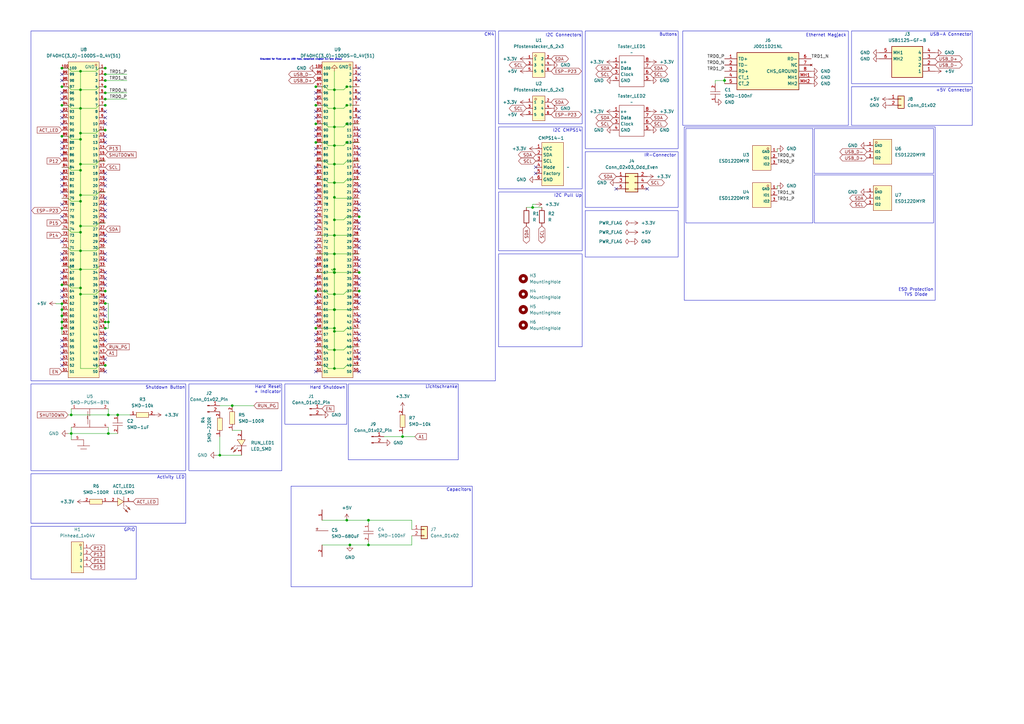
<source format=kicad_sch>
(kicad_sch (version 20231120) (generator "eeschema") (generator_version "8.0")
  (paper "A3")
  (junction (at 25.4 35.5599))
  (junction (at 129.54 119.3801))
  (junction (at 137.16 90.17))
  (junction (at 129.54 134.6201))
  (junction (at 143.51 223.52))
  (junction (at 29.21 170.18))
  (junction (at 43.18 119.3801))
  (junction (at 25.4 124.5609))
  (junction (at 137.16 143.5101))
  (junction (at 33.02 57.15))
  (junction (at 43.18 149.8601))
  (junction (at 43.18 53.3399))
  (junction (at 137.16 127))
  (junction (at 44.45 170.18))
  (junction (at 43.18 40.6399))
  (junction (at 151.13 213.36))
  (junction (at 33.02 36.83))
  (junction (at 137.16 52.07))
  (junction (at 43.18 35.5599))
  (junction (at 33.02 118.11))
  (junction (at 95.25 166.37))
  (junction (at 43.18 134.6201))
  (junction (at 33.02 95.25))
  (junction (at 33.02 69.85))
  (junction (at 25.4 132.0801))
  (junction (at 33.02 80.01))
  (junction (at 129.54 35.5599))
  (junction (at 137.16 104.14))
  (junction (at 33.02 120.65))
  (junction (at 137.16 74.93))
  (junction (at 33.02 92.71))
  (junction (at 25.4 127.0001))
  (junction (at 44.45 177.8))
  (junction (at 43.18 132.0801))
  (junction (at 142.24 58.42))
  (junction (at 218.44 85.09))
  (junction (at 33.02 44.45))
  (junction (at 137.16 111.76))
  (junction (at 137.16 59.69))
  (junction (at 25.4 129.5401))
  (junction (at 147.32 111.76))
  (junction (at 137.16 120.65))
  (junction (at 25.4 43.1799))
  (junction (at 137.16 111.7599))
  (junction (at 137.1601 127.0001))
  (junction (at 137.16 110.49))
  (junction (at 25.4 134.6201))
  (junction (at 33.02 82.55))
  (junction (at 33.02 102.87))
  (junction (at 129.54 58.4199))
  (junction (at 33.02 29.21))
  (junction (at 297.18 33.02))
  (junction (at 137.16 80.9366))
  (junction (at 142.24 50.8))
  (junction (at 137.16 67.31))
  (junction (at 147.32 119.3801))
  (junction (at 129.54 43.1799))
  (junction (at 25.4 116.8401))
  (junction (at 25.4 55.8799))
  (junction (at 48.26 170.18))
  (junction (at 43.18 38.0999))
  (junction (at 129.54 50.7999))
  (junction (at 43.18 30.4799))
  (junction (at 137.1599 127.0001))
  (junction (at 137.16 151.1301))
  (junction (at 33.02 67.31))
  (junction (at 43.18 33.0199))
  (junction (at 147.32 88.9))
  (junction (at 142.24 43.18))
  (junction (at 33.02 110.49))
  (junction (at 137.16 135.8901))
  (junction (at 165.1 179.07))
  (junction (at 142.24 213.36))
  (junction (at 137.16 36.83))
  (junction (at 137.16 134.62))
  (junction (at 137.16 44.45))
  (junction (at 43.18 27.9399))
  (junction (at 29.21 177.8))
  (junction (at 43.18 124.4601))
  (junction (at 142.24 35.56))
  (junction (at 151.13 223.52))
  (junction (at 43.18 43.1799))
  (junction (at 137.16 96.52))
  (junction (at 33.02 54.61))
  (junction (at 90.17 186.69))
  (junction (at 25.4 27.9399))
  (junction (at 44.45 132.08))
  (no_connect (at 219.71 68.58))
  (no_connect (at 147.32 144.7801))
  (no_connect (at 147.32 76.2))
  (no_connect (at 147.32 30.4799))
  (no_connect (at 25.4 60.9599))
  (no_connect (at 25.4 58.4199))
  (no_connect (at 129.54 99.06))
  (no_connect (at 129.54 137.1601))
  (no_connect (at 147.32 68.58))
  (no_connect (at 43.18 137.1601))
  (no_connect (at 147.32 63.4999))
  (no_connect (at 129.54 38.0999))
  (no_connect (at 25.4 111.76))
  (no_connect (at 129.54 139.7001))
  (no_connect (at 43.18 127.0001))
  (no_connect (at 25.4 78.74))
  (no_connect (at 129.54 106.68))
  (no_connect (at 43.18 71.12))
  (no_connect (at 129.54 124.4601))
  (no_connect (at 25.4 149.8601))
  (no_connect (at 43.18 58.4199))
  (no_connect (at 129.54 78.74))
  (no_connect (at 43.18 152.4001))
  (no_connect (at 147.32 53.3399))
  (no_connect (at 147.32 48.2599))
  (no_connect (at 25.4 106.68))
  (no_connect (at 147.32 129.5401))
  (no_connect (at 147.32 114.3))
  (no_connect (at 147.32 124.4601))
  (no_connect (at 147.32 147.3201))
  (no_connect (at 43.18 106.68))
  (no_connect (at 25.4 30.4799))
  (no_connect (at 147.32 55.8799))
  (no_connect (at 43.18 104.14))
  (no_connect (at 147.32 45.7199))
  (no_connect (at 147.32 152.4001))
  (no_connect (at 43.18 86.36))
  (no_connect (at 25.4 38.0999))
  (no_connect (at 25.4 33.0199))
  (no_connect (at 129.54 53.3399))
  (no_connect (at 147.32 137.1601))
  (no_connect (at 129.54 40.6399))
  (no_connect (at 25.4 119.3801))
  (no_connect (at 265.43 77.47))
  (no_connect (at 25.4 45.7199))
  (no_connect (at 25.4 104.14))
  (no_connect (at 25.4 83.82))
  (no_connect (at 129.54 48.2599))
  (no_connect (at 129.54 81.28))
  (no_connect (at 25.4 63.4999))
  (no_connect (at 129.54 114.3))
  (no_connect (at 129.54 83.82))
  (no_connect (at 25.4 73.66))
  (no_connect (at 25.4 121.9201))
  (no_connect (at 147.32 27.9399))
  (no_connect (at 147.32 83.82))
  (no_connect (at 43.18 96.52))
  (no_connect (at 25.4 147.3201))
  (no_connect (at 129.54 109.22))
  (no_connect (at 129.54 45.7199))
  (no_connect (at 43.18 114.3))
  (no_connect (at 43.18 139.7001))
  (no_connect (at 25.4 142.2401))
  (no_connect (at 147.32 86.36))
  (no_connect (at 147.32 38.0999))
  (no_connect (at 147.32 121.9201))
  (no_connect (at 129.54 71.12))
  (no_connect (at 25.4 114.3))
  (no_connect (at 147.32 109.22))
  (no_connect (at 43.18 147.3201))
  (no_connect (at 25.4 99.06))
  (no_connect (at 129.54 76.2))
  (no_connect (at 25.4 76.2))
  (no_connect (at 25.4 71.12))
  (no_connect (at 43.18 83.82))
  (no_connect (at 43.18 99.06))
  (no_connect (at 43.18 81.28))
  (no_connect (at 129.54 91.44))
  (no_connect (at 129.54 86.36))
  (no_connect (at 25.4 88.9))
  (no_connect (at 25.4 40.6399))
  (no_connect (at 43.18 116.8401))
  (no_connect (at 147.32 78.74))
  (no_connect (at 25.4 139.7001))
  (no_connect (at 43.18 121.9201))
  (no_connect (at 147.32 71.12))
  (no_connect (at 129.54 63.4999))
  (no_connect (at 129.54 144.7801))
  (no_connect (at 147.32 116.8401))
  (no_connect (at 252.73 77.47))
  (no_connect (at 129.54 121.9201))
  (no_connect (at 147.32 60.9599))
  (no_connect (at 147.32 40.6399))
  (no_connect (at 129.54 88.9))
  (no_connect (at 147.32 139.7001))
  (no_connect (at 129.54 68.58))
  (no_connect (at 147.32 132.0801))
  (no_connect (at 129.54 152.4001))
  (no_connect (at 129.54 55.8799))
  (no_connect (at 129.54 101.6))
  (no_connect (at 129.54 129.5401))
  (no_connect (at 147.32 106.68))
  (no_connect (at 25.4 50.7999))
  (no_connect (at 43.18 76.2))
  (no_connect (at 147.32 93.98))
  (no_connect (at 25.4 144.7801))
  (no_connect (at 43.18 111.76))
  (no_connect (at 129.54 132.0801))
  (no_connect (at 147.32 91.44))
  (no_connect (at 43.18 73.66))
  (no_connect (at 129.54 147.3201))
  (no_connect (at 129.54 93.98))
  (no_connect (at 147.32 101.6))
  (no_connect (at 43.18 88.9))
  (no_connect (at 129.54 60.9599))
  (no_connect (at 147.32 33.0199))
  (no_connect (at 25.4 48.2599))
  (no_connect (at 43.18 55.8799))
  (no_connect (at 43.18 48.2599))
  (no_connect (at 147.32 99.06))
  (no_connect (at 43.18 50.7999))
  (no_connect (at 129.54 116.8401))
  (no_connect (at 219.71 71.12))
  (no_connect (at 43.18 129.5401))
  (no_connect (at 43.18 45.7199))
  (wire (pts (xy 137.16 111.7599) (xy 137.16 111.76)))
  (wire (pts (xy 33.02 29.21) (xy 33.02 36.83)))
  (wire (pts (xy 142.24 58.42) (xy 140.97 59.69)))
  (wire (pts (xy 29.21 102.87) (xy 33.02 102.87)))
  (wire (pts (xy 137.16 120.65) (xy 140.97 120.65)))
  (wire (pts (xy 137.16 143.5101) (xy 140.97 143.5101)))
  (wire (pts (xy 218.44 83.82) (xy 219.71 83.82)))
  (wire (pts (xy 40.64 91.44) (xy 43.18 91.44)))
  (wire (pts (xy 44.45 132.08) (xy 43.1801 132.08)))
  (wire (pts (xy 99.06 186.69) (xy 90.17 186.69)))
  (wire (pts (xy 142.24 134.6201) (xy 147.32 134.6201)))
  (wire (pts (xy 134.62 36.83) (xy 137.16 36.83)))
  (wire (pts (xy 29.21 170.18) (xy 44.45 170.18)))
  (wire (pts (xy 44.45 170.18) (xy 44.45 167.64)))
  (wire (pts (xy 33.02 44.45) (xy 39.37 44.45)))
  (wire (pts (xy 137.5034 81.28) (xy 137.16 80.9366)))
  (wire (pts (xy 137.16 67.31) (xy 137.16 74.93)))
  (wire (pts (xy 33.02 102.87) (xy 39.37 102.87)))
  (wire (pts (xy 142.24 66.04) (xy 140.97 67.31)))
  (wire (pts (xy 40.64 91.44) (xy 39.37 92.71)))
  (wire (pts (xy 218.44 85.09) (xy 218.44 83.82)))
  (wire (pts (xy 142.24 88.9001) (xy 147.3199 88.9001)))
  (wire (pts (xy 137.16 120.65) (xy 137.16 127)))
  (wire (pts (xy 134.62 120.65) (xy 137.16 120.65)))
  (wire (pts (xy 25.4 55.88) (xy 25.4 55.8799)))
  (wire (pts (xy 133.35 35.56) (xy 134.62 36.83)))
  (wire (pts (xy 168.91 223.52) (xy 151.13 223.52)))
  (wire (pts (xy 25.4001 43.18) (xy 25.4 43.1799)))
  (wire (pts (xy 129.54 43.18) (xy 129.54 43.1799)))
  (wire (pts (xy 40.64 109.22) (xy 39.37 110.49)))
  (wire (pts (xy 33.02 57.15) (xy 29.21 57.15)))
  (wire (pts (xy 133.35 50.8) (xy 134.62 52.07)))
  (wire (pts (xy 137.16 111.76) (xy 137.16 120.65)))
  (wire (pts (xy 27.94 81.28) (xy 29.21 82.55)))
  (wire (pts (xy 137.16 36.83) (xy 140.97 36.83)))
  (wire (pts (xy 43.18 43.18) (xy 43.18 43.1799)))
  (wire (pts (xy 29.21 36.83) (xy 33.02 36.83)))
  (wire (pts (xy 44.45 177.8) (xy 48.26 177.8)))
  (wire (pts (xy 48.26 170.18) (xy 44.45 170.18)))
  (wire (pts (xy 90.17 186.69) (xy 90.17 179.07)))
  (wire (pts (xy 134.62 151.1301) (xy 137.16 151.1301)))
  (wire (pts (xy 40.64 43.18) (xy 39.37 44.45)))
  (wire (pts (xy 22.9609 124.5609) (xy 22.86 124.46)))
  (wire (pts (xy 142.24 73.66) (xy 140.97 74.93)))
  (wire (pts (xy 29.21 177.8) (xy 29.21 180.34)))
  (wire (pts (xy 40.64 149.86) (xy 43.18 149.86)))
  (wire (pts (xy 133.35 149.8601) (xy 134.62 151.1301)))
  (wire (pts (xy 137.16 59.69) (xy 137.16 67.31)))
  (wire (pts (xy 40.64 35.56) (xy 43.18 35.56)))
  (wire (pts (xy 137.16 74.93) (xy 140.97 74.93)))
  (wire (pts (xy 134.62 67.31) (xy 137.16 67.31)))
  (wire (pts (xy 137.16 29.21) (xy 137.16 36.83)))
  (wire (pts (xy 137.16 135.8901) (xy 140.97 135.8901)))
  (wire (pts (xy 137.16 110.49) (xy 137.16 111.7599)))
  (wire (pts (xy 165.1 177.8) (xy 165.1 179.07)))
  (wire (pts (xy 27.94 35.56) (xy 25.4001 35.56)))
  (wire (pts (xy 133.35 50.8) (xy 129.54 50.8)))
  (wire (pts (xy 40.64 109.22) (xy 43.18 109.22)))
  (wire (pts (xy 43.18 53.34) (xy 43.18 53.3399)))
  (wire (pts (xy 33.02 67.31) (xy 39.37 67.31)))
  (wire (pts (xy 25.4 124.5609) (xy 25.4 127.0001)))
  (wire (pts (xy 27.94 27.94) (xy 29.21 29.21)))
  (wire (pts (xy 129.54 96.52) (xy 137.16 96.52)))
  (wire (pts (xy 129.54 149.8601) (xy 133.35 149.8601)))
  (wire (pts (xy 27.94 55.88) (xy 25.4 55.88)))
  (wire (pts (xy 142.24 119.38) (xy 147.3199 119.38)))
  (wire (pts (xy 43.18 149.86) (xy 43.18 149.8601)))
  (wire (pts (xy 137.16 151.1301) (xy 140.97 151.1301)))
  (wire (pts (xy 29.21 29.21) (xy 33.02 29.21)))
  (wire (pts (xy 40.64 27.94) (xy 43.18 27.94)))
  (wire (pts (xy 293.37 34.29) (xy 293.37 33.02)))
  (wire (pts (xy 170.18 179.07) (xy 165.1 179.07)))
  (wire (pts (xy 133.35 58.42) (xy 134.62 59.69)))
  (wire (pts (xy 137.16 111.76) (xy 135.89 110.49)))
  (wire (pts (xy 129.54 111.76) (xy 137.16 111.76)))
  (wire (pts (xy 137.16 96.52) (xy 147.32 96.52)))
  (wire (pts (xy 142.2401 35.5599) (xy 142.24 35.56)))
  (wire (pts (xy 147.3199 119.38) (xy 147.32 119.3801)))
  (wire (pts (xy 129.5401 134.62) (xy 129.54 134.6201)))
  (wire (pts (xy 168.91 213.36) (xy 168.91 217.17)))
  (wire (pts (xy 27.94 101.6) (xy 29.21 102.87)))
  (wire (pts (xy 44.45 134.62) (xy 43.1801 134.62)))
  (wire (pts (xy 135.89 110.49) (xy 137.16 110.49)))
  (wire (pts (xy 25.4001 35.56) (xy 25.4 35.5599)))
  (wire (pts (xy 33.02 57.15) (xy 33.02 67.31)))
  (wire (pts (xy 129.54 35.56) (xy 129.54 35.5599)))
  (wire (pts (xy 104.14 166.37) (xy 95.25 166.37)))
  (wire (pts (xy 133.35 119.38) (xy 129.5401 119.38)))
  (wire (pts (xy 137.16 127) (xy 137.16 134.62)))
  (wire (pts (xy 33.02 120.65) (xy 33.02 151.13)))
  (wire (pts (xy 137.16 52.07) (xy 137.16 59.69)))
  (wire (pts (xy 43.18 35.56) (xy 43.18 35.5599)))
  (wire (pts (xy 33.02 80.01) (xy 33.02 82.55)))
  (wire (pts (xy 33.02 110.49) (xy 39.37 110.49)))
  (wire (pts (xy 137.1601 127.0001) (xy 137.16 127)))
  (wire (pts (xy 318.77 60.96) (xy 318.77 62.23)))
  (wire (pts (xy 143.51 223.52) (xy 151.13 223.52)))
  (wire (pts (xy 40.64 66.04) (xy 43.18 66.04)))
  (wire (pts (xy 33.02 92.71) (xy 39.37 92.71)))
  (wire (pts (xy 43.18 40.64) (xy 52.07 40.64)))
  (wire (pts (xy 133.35 58.42) (xy 129.54 58.42)))
  (wire (pts (xy 297.18 33.02) (xy 297.18 34.29)))
  (wire (pts (xy 43.18 119.38) (xy 43.18 119.3801)))
  (wire (pts (xy 137.1599 127.0001) (xy 137.16 127)))
  (wire (pts (xy 88.9 186.69) (xy 90.17 186.69)))
  (wire (pts (xy 27.94 68.58) (xy 25.4 68.58)))
  (wire (pts (xy 33.02 54.61) (xy 39.37 54.61)))
  (wire (pts (xy 29.21 36.83) (xy 27.94 35.56)))
  (wire (pts (xy 33.02 29.21) (xy 39.37 29.21)))
  (wire (pts (xy 33.02 36.83) (xy 33.02 44.45)))
  (wire (pts (xy 27.94 170.18) (xy 29.21 170.18)))
  (wire (pts (xy 215.9 85.09) (xy 218.44 85.09)))
  (wire (pts (xy 40.64 149.86) (xy 39.37 151.13)))
  (wire (pts (xy 33.02 36.83) (xy 39.37 36.83)))
  (wire (pts (xy 43.18 33.02) (xy 52.07 33.02)))
  (wire (pts (xy 40.64 119.38) (xy 43.18 119.38)))
  (wire (pts (xy 165.1 179.07) (xy 157.48 179.07)))
  (wire (pts (xy 33.02 110.49) (xy 33.02 118.11)))
  (wire (pts (xy 134.62 44.45) (xy 137.16 44.45)))
  (wire (pts (xy 147.32 111.7599) (xy 147.32 111.76)))
  (wire (pts (xy 40.64 78.74) (xy 39.37 80.01)))
  (wire (pts (xy 137.16 80.9366) (xy 137.16 90.17)))
  (wire (pts (xy 137.16 44.45) (xy 137.16 52.07)))
  (wire (pts (xy 129.5401 119.38) (xy 129.54 119.3801)))
  (wire (pts (xy 33.02 44.45) (xy 33.02 54.61)))
  (wire (pts (xy 27.94 93.98) (xy 25.4 93.98)))
  (wire (pts (xy 318.77 76.2) (xy 318.77 77.47)))
  (wire (pts (xy 43.1801 134.62) (xy 43.18 134.6201)))
  (wire (pts (xy 133.35 35.56) (xy 129.54 35.56)))
  (wire (pts (xy 142.24 66.04) (xy 147.32 66.04)))
  (wire (pts (xy 142.2401 43.1799) (xy 142.24 43.18)))
  (wire (pts (xy 133.35 43.18) (xy 129.54 43.18)))
  (wire (pts (xy 137.16 104.14) (xy 147.32 104.14)))
  (wire (pts (xy 142.2401 50.7999) (xy 142.24 50.8)))
  (wire (pts (xy 29.21 110.49) (xy 33.02 110.49)))
  (wire (pts (xy 147.32 58.4199) (xy 142.2401 58.4199)))
  (wire (pts (xy 147.32 127.0001) (xy 137.1601 127.0001)))
  (wire (pts (xy 40.64 35.56) (xy 39.37 36.83)))
  (wire (pts (xy 27.94 109.22) (xy 25.4 109.22)))
  (wire (pts (xy 43.18 38.1) (xy 43.18 38.0999)))
  (wire (pts (xy 134.62 59.69) (xy 137.16 59.69)))
  (wire (pts (xy 218.44 85.09) (xy 222.25 85.09)))
  (wire (pts (xy 142.24 73.66) (xy 147.32 73.66)))
  (wire (pts (xy 27.94 101.6) (xy 25.4 101.6)))
  (wire (pts (xy 25.4 132.0801) (xy 25.4 134.6201)))
  (wire (pts (xy 40.64 101.6) (xy 39.37 102.87)))
  (wire (pts (xy 297.18 31.75) (xy 297.18 33.02)))
  (wire (pts (xy 129.54 58.42) (xy 129.54 58.4199)))
  (wire (pts (xy 129.54 142.2401) (xy 133.35 142.2401)))
  (wire (pts (xy 151.13 213.36) (xy 168.91 213.36)))
  (wire (pts (xy 142.24 119.38) (xy 140.97 120.65)))
  (wire (pts (xy 137.16 67.31) (xy 140.97 67.31)))
  (wire (pts (xy 27.94 43.18) (xy 29.21 44.45)))
  (wire (pts (xy 147.32 50.7999) (xy 142.2401 50.7999)))
  (wire (pts (xy 137.16 74.93) (xy 137.16 80.9366)))
  (wire (pts (xy 40.64 78.74) (xy 43.18 78.74)))
  (wire (pts (xy 44.45 177.8) (xy 44.45 175.26)))
  (wire (pts (xy 142.24 142.2401) (xy 147.32 142.2401)))
  (wire (pts (xy 33.02 82.55) (xy 29.21 82.55)))
  (wire (pts (xy 99.06 176.53) (xy 95.25 176.53)))
  (wire (pts (xy 142.24 149.8601) (xy 140.97 151.1301)))
  (wire (pts (xy 29.21 167.64) (xy 29.21 170.18)))
  (wire (pts (xy 43.18 27.94) (xy 43.18 27.9399)))
  (wire (pts (xy 25.4 27.94) (xy 25.4 27.9399)))
  (wire (pts (xy 25.4 124.5609) (xy 22.9609 124.5609)))
  (wire (pts (xy 40.64 43.18) (xy 43.18 43.18)))
  (wire (pts (xy 33.02 69.85) (xy 29.21 69.85)))
  (wire (pts (xy 43.18 33.02) (xy 43.18 33.0199)))
  (wire (pts (xy 137.16 52.07) (xy 140.97 52.07)))
  (wire (pts (xy 29.21 177.8) (xy 44.45 177.8)))
  (wire (pts (xy 129.54 66.04) (xy 133.35 66.04)))
  (wire (pts (xy 151.13 213.36) (xy 151.13 214.63)))
  (wire (pts (xy 27.94 27.94) (xy 25.4 27.94)))
  (wire (pts (xy 40.64 66.04) (xy 39.37 67.31)))
  (wire (pts (xy 33.02 102.87) (xy 33.02 110.49)))
  (wire (pts (xy 53.34 170.18) (xy 48.26 170.18)))
  (wire (pts (xy 293.37 33.02) (xy 297.18 33.02)))
  (wire (pts (xy 25.4 134.6201) (xy 25.4 137.1601)))
  (wire (pts (xy 43.18 30.48) (xy 43.18 30.4799)))
  (wire (pts (xy 27.94 68.58) (xy 29.21 69.85)))
  (wire (pts (xy 147.3199 88.9001) (xy 147.32 88.9)))
  (wire (pts (xy 40.64 53.34) (xy 39.37 54.61)))
  (wire (pts (xy 133.35 73.66) (xy 134.62 74.93)))
  (wire (pts (xy 33.02 69.85) (xy 33.02 80.01)))
  (wire (pts (xy 33.02 118.11) (xy 29.21 118.11)))
  (wire (pts (xy 25.4001 116.84) (xy 25.4 116.8401)))
  (wire (pts (xy 33.02 92.71) (xy 33.02 95.25)))
  (wire (pts (xy 147.32 35.5599) (xy 142.2401 35.5599)))
  (wire (pts (xy 142.24 88.9) (xy 140.97 90.17)))
  (wire (pts (xy 133.35 119.38) (xy 134.62 120.65)))
  (wire (pts (xy 40.64 27.94) (xy 39.37 29.21)))
  (wire (pts (xy 142.24 43.18) (xy 140.97 44.45)))
  (wire (pts (xy 137.16 104.14) (xy 137.16 110.49)))
  (wire (pts (xy 43.1801 124.46) (xy 43.18 124.4601)))
  (wire (pts (xy 137.16 90.17) (xy 137.16 96.52)))
  (wire (pts (xy 33.02 151.13) (xy 39.37 151.13)))
  (wire (pts (xy 151.13 222.25) (xy 151.13 223.52)))
  (wire (pts (xy 33.02 95.25) (xy 33.02 102.87)))
  (wire (pts (xy 44.45 124.46) (xy 44.45 132.08)))
  (wire (pts (xy 142.24 88.9001) (xy 142.24 88.9)))
  (wire (pts (xy 27.94 93.98) (xy 29.21 95.25)))
  (wire (pts (xy 134.62 52.07) (xy 137.16 52.07)))
  (wire (pts (xy 29.21 44.45) (xy 33.02 44.45)))
  (wire (pts (xy 25.4001 43.18) (xy 27.94 43.18)))
  (wire (pts (xy 40.64 119.38) (xy 39.37 120.65)))
  (wire (pts (xy 43.1801 132.08) (xy 43.18 132.0801)))
  (wire (pts (xy 133.35 142.2401) (xy 134.62 143.5101)))
  (wire (pts (xy 142.24 50.8) (xy 140.97 52.07)))
  (wire (pts (xy 142.24 149.8601) (xy 147.32 149.8601)))
  (wire (pts (xy 134.62 74.93) (xy 137.16 74.93)))
  (wire (pts (xy 142.24 213.36) (xy 151.13 213.36)))
  (wire (pts (xy 137.16 59.69) (xy 140.97 59.69)))
  (wire (pts (xy 137.16 44.45) (xy 140.97 44.45)))
  (wire (pts (xy 27.94 116.84) (xy 29.21 118.11)))
  (wire (pts (xy 43.18 38.1) (xy 52.07 38.1)))
  (wire (pts (xy 27.94 81.28) (xy 25.4 81.28)))
  (wire (pts (xy 44.45 124.46) (xy 43.1801 124.46)))
  (wire (pts (xy 25.4 127.0001) (xy 25.4 129.5401)))
  (wire (pts (xy 137.16 134.62) (xy 129.5401 134.62)))
  (wire (pts (xy 33.02 120.65) (xy 39.37 120.65)))
  (wire (pts (xy 142.24 142.2401) (xy 140.97 143.5101)))
  (wire (pts (xy 168.91 219.71) (xy 168.91 223.52)))
  (wire (pts (xy 40.64 101.6) (xy 43.18 101.6)))
  (wire (pts (xy 27.94 109.22) (xy 29.21 110.49)))
  (wire (pts (xy 43.18 30.48) (xy 52.07 30.48)))
  (wire (pts (xy 129.54 127.0001) (xy 137.1599 127.0001)))
  (wire (pts (xy 142.2401 58.4199) (xy 142.24 58.42)))
  (wire (pts (xy 27.94 116.84) (xy 25.4001 116.84)))
  (wire (pts (xy 147.32 43.1799) (xy 142.2401 43.1799)))
  (wire (pts (xy 25.4 124.4601) (xy 25.4 124.5609)))
  (wire (pts (xy 142.24 35.56) (xy 140.97 36.83)))
  (wire (pts (xy 137.16 135.8901) (xy 137.16 143.5101)))
  (wire (pts (xy 129.54 104.14) (xy 137.16 104.14)))
  (wire (pts (xy 137.16 134.62) (xy 137.16 135.8901)))
  (wire (pts (xy 27.94 177.8) (xy 29.21 177.8)))
  (wire (pts (xy 43.18 40.64) (xy 43.18 40.6399)))
  (wire (pts (xy 129.54 73.66) (xy 133.35 73.66)))
  (wire (pts (xy 137.16 111.7599) (xy 147.32 111.7599)))
  (wire (pts (xy 29.21 175.26) (xy 29.21 177.8)))
  (wire (pts (xy 137.16 96.52) (xy 137.16 104.14)))
  (wire (pts (xy 33.02 54.61) (xy 33.02 57.15)))
  (wire (pts (xy 27.94 55.88) (xy 29.21 57.15)))
  (wire (pts (xy 133.35 43.18) (xy 134.62 44.45)))
  (wire (pts (xy 25.4 129.5401) (xy 25.4 132.0801)))
  (wire (pts (xy 33.02 118.11) (xy 33.02 120.65)))
  (wire (pts (xy 137.16 90.17) (xy 140.97 90.17)))
  (wire (pts (xy 33.02 67.31) (xy 33.02 69.85)))
  (wire (pts (xy 134.62 143.5101) (xy 137.16 143.5101)))
  (wire (pts (xy 40.64 53.34) (xy 43.18 53.34)))
  (wire (pts (xy 133.35 66.04) (xy 134.62 67.31)))
  (wire (pts (xy 132.08 223.52) (xy 143.51 223.52)))
  (wire (pts (xy 137.16 36.83) (xy 137.16 44.45)))
  (wire (pts (xy 137.16 143.5101) (xy 137.16 151.1301)))
  (wire (pts (xy 142.24 134.6201) (xy 140.97 135.8901)))
  (wire (pts (xy 132.08 213.36) (xy 142.24 213.36)))
  (wire (pts (xy 95.25 166.37) (xy 90.17 166.37)))
  (wire (pts (xy 33.02 95.25) (xy 29.21 95.25)))
  (wire (pts (xy 44.45 132.08) (xy 44.45 134.62)))
  (wire (pts (xy 147.32 81.28) (xy 137.5034 81.28)))
  (wire (pts (xy 33.02 82.55) (xy 33.02 92.71)))
  (wire (pts (xy 129.54 50.8) (xy 129.54 50.7999)))
  (wire (pts (xy 33.02 80.01) (xy 39.37 80.01)))
  (rectangle (start 240.03 86.36) (end 278.13 105.41))
  (rectangle (start 280.035 12.7) (end 347.98 51.435))
  (rectangle (start 240.03 62.23) (end 278.13 85.09))
  (rectangle (start 12.7 215.9) (end 55.88 237.49))
  (rectangle (start 116.84 157.48) (end 142.24 173.99))
  (rectangle (start 204.47 52.07) (end 238.76 77.47))
  (rectangle (start 334.01 71.755) (end 382.905 91.44))
  (rectangle (start 77.47 157.48) (end 115.57 193.04))
  (rectangle (start 240.03 12.7) (end 278.13 60.96))
  (rectangle (start 334.01 52.705) (end 382.905 71.12))
  (rectangle (start 349.25 35.56) (end 398.78 51.435))
  (rectangle (start 12.7 157.48) (end 76.2 193.04))
  (rectangle (start 204.47 104.14) (end 238.76 142.24))
  (rectangle (start 204.47 78.74) (end 238.76 102.87))
  (rectangle (start 280.67 52.07) (end 383.54 123.19))
  (rectangle (start 119.38 199.39) (end 193.675 240.665))
  (rectangle (start 204.47 12.7) (end 238.76 50.8))
  (rectangle (start 349.25 12.7) (end 398.78 34.29))
  (rectangle (start 12.7 12.7) (end 203.2 156.21))
  (rectangle (start 281.305 52.705) (end 333.375 91.44))
  (rectangle (start 12.7 194.31) (end 76.2 214.63))
  (rectangle (start 142.875 157.48) (end 187.96 188.595))
  (text "Ethernet Magjack" (at 338.836 14.478 0) (effects (font (size 1.27 1.27))))
  (text "I2C Pull Up" (at 232.918 80.264 0) (effects (font (size 1.27 1.27))))
  (text "I2C Connectors" (at 231.14 14.478 0) (effects (font (size 1.27 1.27))))
  (text "USB-A Connector" (at 389.89 14.224 0) (effects (font (size 1.27 1.27))))
  (text "Lichtschranke" (at 181.102 158.75 0) (effects (font (size 1.27 1.27))))
  (text "Grounded for fixed use as USB Host, datasheet chapter 2.4 and pinout" (at 123.444 24.384 0) (effects (font (size 0.6096 0.6096))))
  (text "Hard Shutdown" (at 134.366 159.004 0) (effects (font (size 1.27 1.27))))
  (text "Hard Reset\n+ Indicator\n" (at 115.316 159.766 0) (effects (font (size 1.27 1.27)) (justify right)))
  (text "GPIO" (at 53.086 217.424 0) (effects (font (size 1.27 1.27))))
  (text "I2C CMPS14" (at 232.664 53.594 0) (effects (font (size 1.27 1.27))))
  (text "Shutdown Button" (at 67.818 159.004 0) (effects (font (size 1.27 1.27))))
  (text "ESD Protection\nTVS Diode" (at 375.666 119.888 0) (effects (font (size 1.27 1.27))))
  (text "+5V Connector" (at 391.16 37.084 0) (effects (font (size 1.27 1.27))))
  (text "IR-Connector" (at 270.764 63.754 0) (effects (font (size 1.27 1.27))))
  (text "Buttons" (at 274.066 14.224 0) (effects (font (size 1.27 1.27))))
  (text "Activity LED\n" (at 70.104 195.834 0) (effects (font (size 1.27 1.27))))
  (text "Capacitors" (at 188.214 200.914 0) (effects (font (size 1.27 1.27))))
  (text "CM4\n" (at 200.66 14.224 0) (effects (font (size 1.27 1.27))))
  (label "TRD1_P" (at 297.18 29.21 180))
  (label "TRD0_N" (at 318.77 64.77 0))
  (label "TRD1_N" (at 318.77 80.01 0))
  (label "TRD1_P" (at 318.77 82.55 0))
  (label "TRD0_P" (at 318.77 67.31 0))
  (label "TRD0_P" (at 52.07 40.64 180))
  (label "TRD1_N" (at 332.74 24.13 0))
  (label "TRD0_N" (at 52.07 38.1 180))
  (label "TRD0_P" (at 297.18 24.13 180))
  (label "TRD1_P" (at 52.07 30.48 180))
  (label "TRD1_N" (at 52.07 33.02 180))
  (label "TRD0_N" (at 297.18 26.67 180))
  (global_label "SCL" (shape bidirectional) (at 355.6 83.82 180) (property "Intersheetrefs" "${INTERSHEET_REFS}" (effects (hide yes))))
  (global_label "SCL" (shape bidirectional) (at 251.46 50.8 180) (property "Intersheetrefs" "${INTERSHEET_REFS}" (effects (hide yes))))
  (global_label "P14" (shape input) (at 36.83 229.87 0) (property "Intersheetrefs" "${INTERSHEET_REFS}" (effects (hide yes))))
  (global_label "SCL" (shape input) (at 43.18 68.58 0) (property "Intersheetrefs" "${INTERSHEET_REFS}" (effects (hide yes))))
  (global_label "SDA" (shape bidirectional) (at 251.46 48.26 180) (property "Intersheetrefs" "${INTERSHEET_REFS}" (effects (hide yes))))
  (global_label "SDA" (shape bidirectional) (at 355.6 81.28 180) (property "Intersheetrefs" "${INTERSHEET_REFS}" (effects (hide yes))))
  (global_label "ESP-P23" (shape bidirectional) (at 25.4 86.36 180) (property "Intersheetrefs" "${INTERSHEET_REFS}" (effects (hide yes))))
  (global_label "P13" (shape input) (at 36.83 227.33 0) (property "Intersheetrefs" "${INTERSHEET_REFS}" (effects (hide yes))))
  (global_label "USB_D+" (shape bidirectional) (at 355.6 64.77 180) (property "Intersheetrefs" "${INTERSHEET_REFS}" (effects (hide yes))))
  (global_label "SDA" (shape bidirectional) (at 266.7 27.94 0) (property "Intersheetrefs" "${INTERSHEET_REFS}" (effects (hide yes))))
  (global_label "SCL" (shape bidirectional) (at 222.25 92.71 270) (property "Intersheetrefs" "${INTERSHEET_REFS}" (effects (hide yes))))
  (global_label "SCL" (shape bidirectional) (at 215.9 26.67 180) (property "Intersheetrefs" "${INTERSHEET_REFS}" (effects (hide yes))))
  (global_label "SCL" (shape bidirectional) (at 215.9 44.45 180) (property "Intersheetrefs" "${INTERSHEET_REFS}" (effects (hide yes))))
  (global_label "USB_D-" (shape bidirectional) (at 129.54 30.4799 180) (property "Intersheetrefs" "${INTERSHEET_REFS}" (effects (hide yes))))
  (global_label "P15" (shape input) (at 25.4 91.44 180) (property "Intersheetrefs" "${INTERSHEET_REFS}" (effects (hide yes))))
  (global_label "SCL" (shape bidirectional) (at 266.7 30.48 0) (property "Intersheetrefs" "${INTERSHEET_REFS}" (effects (hide yes))))
  (global_label "ACT_LED" (shape input) (at 25.4 53.3399 180) (property "Intersheetrefs" "${INTERSHEET_REFS}" (effects (hide yes))))
  (global_label "SDA" (shape bidirectional) (at 251.46 27.94 180) (property "Intersheetrefs" "${INTERSHEET_REFS}" (effects (hide yes))))
  (global_label "SCL" (shape bidirectional) (at 265.43 74.93 0) (property "Intersheetrefs" "${INTERSHEET_REFS}" (effects (hide yes))))
  (global_label "SHUTDOWN" (shape input) (at 27.94 170.18 180) (property "Intersheetrefs" "${INTERSHEET_REFS}" (effects (hide yes))))
  (global_label "ACT_LED" (shape input) (at 54.61 205.74 0) (property "Intersheetrefs" "${INTERSHEET_REFS}" (effects (hide yes))))
  (global_label "USB_D-" (shape bidirectional) (at 383.54 26.67 0) (property "Intersheetrefs" "${INTERSHEET_REFS}" (effects (hide yes))))
  (global_label "SDA" (shape bidirectional) (at 226.06 24.13 0) (property "Intersheetrefs" "${INTERSHEET_REFS}" (effects (hide yes))))
  (global_label "SCL" (shape bidirectional) (at 251.46 30.48 180) (property "Intersheetrefs" "${INTERSHEET_REFS}" (effects (hide yes))))
  (global_label "USB_D+" (shape bidirectional) (at 383.54 24.13 0) (property "Intersheetrefs" "${INTERSHEET_REFS}" (effects (hide yes))))
  (global_label "SDA" (shape bidirectional) (at 266.7 48.26 0) (property "Intersheetrefs" "${INTERSHEET_REFS}" (effects (hide yes))))
  (global_label "USB_D-" (shape bidirectional) (at 355.6 62.23 180) (property "Intersheetrefs" "${INTERSHEET_REFS}" (effects (hide yes))))
  (global_label "A1" (shape input) (at 170.18 179.07 0) (property "Intersheetrefs" "${INTERSHEET_REFS}" (effects (hide yes))))
  (global_label "SDA" (shape bidirectional) (at 219.71 63.5 180) (property "Intersheetrefs" "${INTERSHEET_REFS}" (effects (hide yes))))
  (global_label "ESP-P23" (shape bidirectional) (at 226.06 46.99 0) (property "Intersheetrefs" "${INTERSHEET_REFS}" (effects (hide yes))))
  (global_label "P15" (shape input) (at 36.83 232.41 0) (property "Intersheetrefs" "${INTERSHEET_REFS}" (effects (hide yes))))
  (global_label "SHUTDOWN" (shape input) (at 43.18 63.4999 0) (property "Intersheetrefs" "${INTERSHEET_REFS}" (effects (hide yes))))
  (global_label "ESP-P23" (shape bidirectional) (at 226.06 29.21 0) (property "Intersheetrefs" "${INTERSHEET_REFS}" (effects (hide yes))))
  (global_label "SCL" (shape bidirectional) (at 219.71 66.04 180) (property "Intersheetrefs" "${INTERSHEET_REFS}" (effects (hide yes))))
  (global_label "P12" (shape input) (at 25.4 66.04 180) (property "Intersheetrefs" "${INTERSHEET_REFS}" (effects (hide yes))))
  (global_label "RUN_PG" (shape input) (at 104.14 166.37 0) (property "Intersheetrefs" "${INTERSHEET_REFS}" (effects (hide yes))))
  (global_label "SDA" (shape bidirectional) (at 226.06 41.91 0) (property "Intersheetrefs" "${INTERSHEET_REFS}" (effects (hide yes))))
  (global_label "SDA" (shape input) (at 43.18 93.98 0) (property "Intersheetrefs" "${INTERSHEET_REFS}" (effects (hide yes))))
  (global_label "P12" (shape input) (at 36.83 224.79 0) (property "Intersheetrefs" "${INTERSHEET_REFS}" (effects (hide yes))))
  (global_label "EN" (shape input) (at 25.4 152.4001 180) (property "Intersheetrefs" "${INTERSHEET_REFS}" (effects (hide yes))))
  (global_label "SDA" (shape bidirectional) (at 215.9 92.71 270) (property "Intersheetrefs" "${INTERSHEET_REFS}" (effects (hide yes))))
  (global_label "P13" (shape input) (at 43.18 60.9599 0) (property "Intersheetrefs" "${INTERSHEET_REFS}" (effects (hide yes))))
  (global_label "A1" (shape input) (at 43.18 144.7801 0) (property "Intersheetrefs" "${INTERSHEET_REFS}" (effects (hide yes))))
  (global_label "SDA" (shape bidirectional) (at 252.73 72.39 180) (property "Intersheetrefs" "${INTERSHEET_REFS}" (effects (hide yes))))
  (global_label "P14" (shape input) (at 25.4 96.52 180) (property "Intersheetrefs" "${INTERSHEET_REFS}" (effects (hide yes))))
  (global_label "USB_D+" (shape bidirectional) (at 129.54 33.0199 180) (property "Intersheetrefs" "${INTERSHEET_REFS}" (effects (hide yes))))
  (global_label "EN" (shape input) (at 132.08 167.64 0) (property "Intersheetrefs" "${INTERSHEET_REFS}" (effects (hide yes))))
  (global_label "SCL" (shape bidirectional) (at 266.7 50.8 0) (property "Intersheetrefs" "${INTERSHEET_REFS}" (effects (hide yes))))
  (global_label "RUN_PG" (shape input) (at 43.18 142.2401 0) (property "Intersheetrefs" "${INTERSHEET_REFS}" (effects (hide yes))))
  (symbol (lib_id "bohlebots.lib:GND") (at 88.9 186.69 270) (unit 1)
    (property "Reference" "#PWR032" (effects (hide yes)))
    (property "Value" "GND" (at 85.09 186.6899 90) (effects (justify right)))
    (property "Description" "Power symbol creates a global label with name \"GND\" , ground" (effects (hide yes)))
  )
  (symbol (lib_id "bohlebots.lib:GND") (at 266.7 33.02 90) (mirror x) (unit 1)
    (property "Reference" "#PWR016" (effects (hide yes)))
    (property "Value" "GND" (at 270.51 33.0199 90) (effects (justify right)))
    (property "Description" "Power symbol creates a global label with name \"GND\" , ground" (effects (hide yes)))
  )
  (symbol (lib_id "bohlebots.lib:GND") (at 27.94 177.8 270) (unit 1)
    (property "Reference" "#PWR029" (effects (hide yes)))
    (property "Value" "GND" (at 24.13 177.7999 90) (effects (justify right)))
    (property "Description" "Power symbol creates a global label with name \"GND\" , ground" (effects (hide yes)))
  )
  (symbol (lib_id "bohlebots.lib:SMD-PUSH-BTN") (at 36.83 172.72 0) (unit 1)
    (property "Reference" "U5" (at 36.83 162.56 0))
    (property "Value" "SMD-PUSH-BTN" (at 36.83 165.1 0))
    (property "Footprint" "BohleBots:SW-TH_5P-L6.0-W6.0-P4.50-LS6.5" (effects (hide yes)))
    (property "Datasheet" "https://list.szlcsc.com/catalog/427.html" (effects (hide yes)))
    (property "LCSC" "C470256" (effects (hide yes)))
  )
  (symbol (lib_id "bohlebots.lib:Pfostenstecker_6_2x3") (at 220.98 26.67 0) (unit 1)
    (property "Reference" "U1" (at 220.98 16.51 0))
    (property "Value" "Pfostenstecker_6_2x3" (at 220.98 19.05 0))
    (property "Footprint" "BohleBots:HDR-TH_6P-P2.54-V-F-R2-C3-S2.54-4" (effects (hide yes)))
    (property "Datasheet" "https://atta.szlcsc.com/upload/public/pdf/source/20230314/29278A24539954283B80828B9C32CD4C.pdf" (effects (hide yes)))
    (property "LCSC" "C5372863" (effects (hide yes)))
  )
  (symbol (lib_id "bohlebots.lib:GND") (at 226.06 26.67 90) (unit 1)
    (property "Reference" "#PWR08" (effects (hide yes)))
    (property "Value" "GND" (at 229.87 26.6699 90) (effects (justify right)))
    (property "Description" "Power symbol creates a global label with name \"GND\" , ground" (effects (hide yes)))
  )
  (symbol (lib_id "bohlebots.lib:LED_SMD") (at 99.06 181.61 90) (unit 1)
    (property "Reference" "RUN_LED1" (at 102.87 181.6099 90) (effects (justify right)))
    (property "Value" "LED_SMD" (at 102.87 184.1499 90) (effects (justify right)))
    (property "Footprint" "BohleBots:LED-SMD_L1.7-W0.6-RD" (effects (hide yes)))
    (property "Datasheet" "https://item.szlcsc.com/261959.html" (effects (hide yes)))
    (property "LCSC" "C125113" (effects (hide yes)))
  )
  (symbol (lib_id "Connector_Generic:Conn_01x02") (at 369.57 40.64 0) (unit 1)
    (property "Reference" "J8" (at 372.11 40.6399 0) (effects (justify left)))
    (property "Value" "Conn_01x02" (at 372.11 43.1799 0) (effects (justify left)))
    (property "Footprint" "Connector_PinHeader_2.54mm:PinHeader_1x02_P2.54mm_Vertical" (effects (hide yes)))
    (property "Description" "Generic connector, single row, 01x02, script generated (kicad-library-utils/schlib/autogen/connector/)" (effects (hide yes)))
  )
  (symbol (lib_id "bohlebots.lib:Taster_Led") (at 260.35 25.4 0) (unit 1)
    (property "Reference" "Taster_LED1" (at 259.08 19.05 0))
    (property "Value" "~" (at 259.08 21.59 0))
    (property "Footprint" "BohleBots:TASTER_LED" (effects (hide yes)))
  )
  (symbol (lib_id "bohlebots.lib:SMD-680uF") (at 132.08 218.44 0) (unit 1)
    (property "Reference" "C5" (at 135.89 217.4239 0) (effects (justify left)))
    (property "Value" "SMD-680uF" (at 135.89 219.9639 0) (effects (justify left)))
    (property "Footprint" "BohleBots:CAP-SMD_BD10.0-L10.3-W10.3-LS11.3-FD" (effects (hide yes)))
    (property "Datasheet" "https://atta.szlcsc.com/upload/public/pdf/source/20170630/1498816639192.pdf" (effects (hide yes)))
    (property "LCSC" "C335987" (effects (hide yes)))
  )
  (symbol (lib_id "bohlebots.lib:MountingHole") (at 214.63 114.3 0) (unit 1)
    (property "Reference" "H3" (at 217.17 113.0299 0) (effects (justify left)))
    (property "Value" "MountingHole" (at 217.17 115.5699 0) (effects (justify left)))
    (property "Footprint" "BohleBots:MountingHole_4.3mm_M4" (effects (hide yes)))
    (property "Description" "Mounting Hole without connection" (effects (hide yes)))
  )
  (symbol (lib_id "bohlebots.lib:+3.3V") (at 266.7 45.72 270) (mirror x) (unit 1)
    (property "Reference" "#PWR019" (effects (hide yes)))
    (property "Value" "+3.3V" (at 270.51 45.7199 90) (effects (justify left)))
    (property "Description" "Power symbol creates a global label with name \"+3.3V\"" (effects (hide yes)))
  )
  (symbol (lib_id "bohlebots.lib:GND") (at 360.68 21.59 270) (unit 1)
    (property "Reference" "#PWR039" (effects (hide yes)))
    (property "Value" "GND" (at 356.87 21.5899 90) (effects (justify right)))
    (property "Description" "Power symbol creates a global label with name \"GND\" , ground" (effects (hide yes)))
  )
  (symbol (lib_id "bohlebots.lib:DF40HC(3_0)-100DS-0_4V(51)") (at 34.29 90.17 0) (mirror y) (unit 1)
    (property "Reference" "U8" (at 34.29 20.32 0))
    (property "Value" "DF40HC(3_0)-100DS-0_4V(51)" (at 34.29 22.86 0))
    (property "Footprint" "BohleBots:CONN-SMD_DF40HC-3.0-100DS-0.4V-51" (effects (hide yes)))
    (property "Datasheet" "https://item.szlcsc.com/418166.html" (effects (hide yes)))
    (property "LCSC" "C424649" (effects (hide yes)))
  )
  (symbol (lib_id "bohlebots.lib:GND") (at 364.49 43.18 270) (unit 1)
    (property "Reference" "#PWR046" (effects (hide yes)))
    (property "Value" "GND" (at 360.68 43.1799 90) (effects (justify right)))
    (property "Description" "Power symbol creates a global label with name \"GND\" , ground" (effects (hide yes)))
  )
  (symbol (lib_id "bohlebots.lib:MountingHole") (at 214.63 133.35 0) (unit 1)
    (property "Reference" "H6" (at 217.17 132.0799 0) (effects (justify left)))
    (property "Value" "MountingHole" (at 217.17 134.6199 0) (effects (justify left)))
    (property "Footprint" "BohleBots:MountingHole_4.3mm_M4" (effects (hide yes)))
    (property "Description" "Mounting Hole without connection" (effects (hide yes)))
  )
  (symbol (lib_id "Connector:Conn_01x02_Pin") (at 85.09 166.37 0) (unit 1)
    (property "Reference" "J2" (at 85.725 161.29 0))
    (property "Value" "Conn_01x02_Pin" (at 85.725 163.83 0))
    (property "Footprint" "Connector_PinHeader_2.54mm:PinHeader_1x02_P2.54mm_Vertical" (effects (hide yes)))
    (property "Description" "Generic connector, single row, 01x02, script generated" (effects (hide yes)))
  )
  (symbol (lib_id "bohlebots.lib:PWR_FLAG") (at 259.08 95.25 90) (unit 1)
    (property "Reference" "#FLG02" (effects (hide yes)))
    (property "Value" "PWR_FLAG" (at 255.27 95.2499 90) (effects (justify left)))
    (property "Description" "Special symbol for telling ERC where power comes from" (effects (hide yes)))
  )
  (symbol (lib_id "bohlebots.lib:GND") (at 293.37 41.91 90) (unit 1)
    (property "Reference" "#PWR036" (effects (hide yes)))
    (property "Value" "GND" (at 297.18 41.9099 90) (effects (justify right)))
    (property "Description" "Power symbol creates a global label with name \"GND\" , ground" (effects (hide yes)))
  )
  (symbol (lib_id "bohlebots.lib:+3.3V") (at 266.7 25.4 270) (mirror x) (unit 1)
    (property "Reference" "#PWR015" (effects (hide yes)))
    (property "Value" "+3.3V" (at 270.51 25.3999 90) (effects (justify left)))
    (property "Description" "Power symbol creates a global label with name \"+3.3V\"" (effects (hide yes)))
  )
  (symbol (lib_id "bohlebots.lib:+3.3V") (at 251.46 45.72 90) (unit 1)
    (property "Reference" "#PWR017" (effects (hide yes)))
    (property "Value" "+3.3V" (at 247.65 45.7199 90) (effects (justify left)))
    (property "Description" "Power symbol creates a global label with name \"+3.3V\"" (effects (hide yes)))
  )
  (symbol (lib_id "bohlebots.lib:GND") (at 132.08 170.18 90) (unit 1)
    (property "Reference" "#PWR031" (effects (hide yes)))
    (property "Value" "GND" (at 135.89 170.1799 90) (effects (justify right)))
    (property "Description" "Power symbol creates a global label with name \"GND\" , ground" (effects (hide yes)))
  )
  (symbol (lib_id "bohlebots.lib:SMD-100R") (at 39.37 205.74 180) (unit 1)
    (property "Reference" "R6" (at 39.37 199.39 0))
    (property "Value" "SMD-100R" (at 39.37 201.93 0))
    (property "Footprint" "BohleBots:R0603" (effects (hide yes)))
    (property "Datasheet" "https://www.mouser.in/datasheet/2/447/PYu_RT_1_to_0_01_RoHS_L_11-1669912.pdf" (effects (hide yes)))
    (property "LCSC" "C22775" (effects (hide yes)))
  )
  (symbol (lib_id "Device:R") (at 215.9 88.9 0) (unit 1)
    (property "Reference" "R1" (at 218.44 87.6299 0) (effects (justify left)))
    (property "Value" "R" (at 218.44 90.1699 0) (effects (justify left)))
    (property "Footprint" "BohleBots:R_THT" (effects (hide yes)))
    (property "Description" "Resistor" (effects (hide yes)))
  )
  (symbol (lib_id "bohlebots.lib:SMD-100R") (at 95.25 171.45 90) (unit 1)
    (property "Reference" "R5" (at 97.79 170.1799 90) (effects (justify right)))
    (property "Value" "SMD-100R" (at 97.79 172.7199 90) (effects (justify right)))
    (property "Footprint" "BohleBots:R0603" (effects (hide yes)))
    (property "Datasheet" "https://www.mouser.in/datasheet/2/447/PYu_RT_1_to_0_01_RoHS_L_11-1669912.pdf" (effects (hide yes)))
    (property "LCSC" "C22775" (effects (hide yes)))
  )
  (symbol (lib_id "bohlebots.lib:GND") (at 355.6 78.74 270) (unit 1)
    (property "Reference" "#PWR037" (effects (hide yes)))
    (property "Value" "GND" (at 351.79 78.7399 90) (effects (justify right)))
    (property "Description" "Power symbol creates a global label with name \"GND\" , ground" (effects (hide yes)))
  )
  (symbol (lib_id "Connector:Conn_01x02_Pin") (at 152.4 179.07 0) (unit 1)
    (property "Reference" "J9" (at 153.035 173.99 0))
    (property "Value" "Conn_01x02_Pin" (at 153.035 176.53 0))
    (property "Footprint" "Connector_PinHeader_2.54mm:PinHeader_1x02_P2.54mm_Vertical" (effects (hide yes)))
    (property "Description" "Generic connector, single row, 01x02, script generated" (effects (hide yes)))
  )
  (symbol (lib_id "bohlebots.lib:ESD122DMYR") (at 312.42 80.01 0) (mirror y) (unit 1)
    (property "Reference" "U4" (at 307.34 78.7399 0) (effects (justify left)))
    (property "Value" "ESD122DMYR" (at 307.34 81.2799 0) (effects (justify left)))
    (property "Footprint" "BohleBots:X2SON-3_L1.3-W0.6-L" (effects (hide yes)))
    (property "Datasheet" "https://item.szlcsc.com/2067409.html" (effects (hide yes)))
    (property "LCSC" "C1975871" (effects (hide yes)))
  )
  (symbol (lib_id "bohlebots.lib:+5V") (at 364.49 40.64 90) (unit 1)
    (property "Reference" "#PWR038" (effects (hide yes)))
    (property "Value" "+5V" (at 360.68 40.6399 90) (effects (justify left)))
    (property "Description" "Power symbol creates a global label with name \"+5V\"" (effects (hide yes)))
  )
  (symbol (lib_id "bohlebots.lib:SMD-10k") (at 58.42 170.18 0) (unit 1)
    (property "Reference" "R3" (at 58.42 163.83 0))
    (property "Value" "SMD-10k" (at 58.42 166.37 0))
    (property "Footprint" "BohleBots:R0603" (effects (hide yes)))
    (property "Datasheet" "https://www.mouser.in/datasheet/2/447/PYu_RT_1_to_0_01_RoHS_L_11-1669912.pdf" (effects (hide yes)))
    (property "LCSC" "C25804" (effects (hide yes)))
  )
  (symbol (lib_id "bohlebots.lib:GND") (at 226.06 44.45 90) (unit 1)
    (property "Reference" "#PWR025" (effects (hide yes)))
    (property "Value" "GND" (at 229.87 44.4499 90) (effects (justify right)))
    (property "Description" "Power symbol creates a global label with name \"GND\" , ground" (effects (hide yes)))
  )
  (symbol (lib_id "bohlebots.lib:GND") (at 251.46 53.34 270) (unit 1)
    (property "Reference" "#PWR018" (effects (hide yes)))
    (property "Value" "GND" (at 247.65 53.3399 90) (effects (justify right)))
    (property "Description" "Power symbol creates a global label with name \"GND\" , ground" (effects (hide yes)))
  )
  (symbol (lib_id "bohlebots.lib:Pfostenstecker_6_2x3") (at 220.98 44.45 0) (unit 1)
    (property "Reference" "U2" (at 220.98 34.29 0))
    (property "Value" "Pfostenstecker_6_2x3" (at 220.98 36.83 0))
    (property "Footprint" "BohleBots:HDR-TH_6P-P2.54-V-F-R2-C3-S2.54-4" (effects (hide yes)))
    (property "Datasheet" "https://atta.szlcsc.com/upload/public/pdf/source/20230314/29278A24539954283B80828B9C32CD4C.pdf" (effects (hide yes)))
    (property "LCSC" "C5372863" (effects (hide yes)))
  )
  (symbol (lib_id "bohlebots.lib:GND") (at 266.7 53.34 90) (mirror x) (unit 1)
    (property "Reference" "#PWR020" (effects (hide yes)))
    (property "Value" "GND" (at 270.51 53.3399 90) (effects (justify right)))
    (property "Description" "Power symbol creates a global label with name \"GND\" , ground" (effects (hide yes)))
  )
  (symbol (lib_id "bohlebots.lib:GND") (at 251.46 33.02 270) (unit 1)
    (property "Reference" "#PWR010" (effects (hide yes)))
    (property "Value" "GND" (at 247.65 33.0199 90) (effects (justify right)))
    (property "Description" "Power symbol creates a global label with name \"GND\" , ground" (effects (hide yes)))
  )
  (symbol (lib_id "bohlebots.lib:SMD-220R") (at 90.17 173.99 90) (unit 1)
    (property "Reference" "R4" (at 83.312 170.942 0) (effects (justify right)))
    (property "Value" "SMD-220R" (at 85.852 170.942 0) (effects (justify right)))
    (property "Footprint" "BohleBots:R0603" (effects (hide yes)))
    (property "Datasheet" "https://www.mouser.in/datasheet/2/447/PYu_RT_1_to_0_01_RoHS_L_11-1669912.pdf" (effects (hide yes)))
    (property "LCSC" "C217883" (effects (hide yes)))
  )
  (symbol (lib_id "bohlebots.lib:+3.3V") (at 215.9 24.13 90) (unit 1)
    (property "Reference" "#PWR06" (effects (hide yes)))
    (property "Value" "+3.3V" (at 212.09 24.1299 90) (effects (justify left)))
    (property "Description" "Power symbol creates a global label with name \"+3.3V\"" (effects (hide yes)))
  )
  (symbol (lib_id "bohlebots.lib:+5V") (at 215.9 46.99 90) (unit 1)
    (property "Reference" "#PWR024" (effects (hide yes)))
    (property "Value" "+5V" (at 212.09 46.9899 90) (effects (justify left)))
    (property "Description" "Power symbol creates a global label with name \"+5V\"" (effects (hide yes)))
  )
  (symbol (lib_id "bohlebots.lib:+3.3V") (at 251.46 25.4 90) (unit 1)
    (property "Reference" "#PWR09" (effects (hide yes)))
    (property "Value" "+3.3V" (at 247.65 25.3999 90) (effects (justify left)))
    (property "Description" "Power symbol creates a global label with name \"+3.3V\"" (effects (hide yes)))
  )
  (symbol (lib_id "bohlebots.lib:SMD-100nF") (at 151.13 218.44 270) (unit 1)
    (property "Reference" "C4" (at 154.94 217.1699 90) (effects (justify left)))
    (property "Value" "SMD-100nF" (at 154.94 219.7099 90) (effects (justify left)))
    (property "Footprint" "BohleBots:C0603" (effects (hide yes)))
    (property "Datasheet" "https://item.szlcsc.com/362304.html" (effects (hide yes)))
    (property "LCSC" "C30926" (effects (hide yes)))
  )
  (symbol (lib_id "bohlebots.lib:SMD-100nF") (at 293.37 38.1 90) (unit 1)
    (property "Reference" "C1" (at 297.18 36.8299 90) (effects (justify right)))
    (property "Value" "SMD-100nF" (at 297.18 39.3699 90) (effects (justify right)))
    (property "Footprint" "BohleBots:C0603" (effects (hide yes)))
    (property "Datasheet" "https://item.szlcsc.com/362304.html" (effects (hide yes)))
    (property "LCSC" "C30926" (effects (hide yes)))
  )
  (symbol (lib_id "USB1125-GF-B:USB1125-GF-B") (at 360.68 21.59 0) (unit 1)
    (property "Reference" "J3" (at 372.11 13.97 0))
    (property "Value" "USB1125-GF-B" (at 372.11 16.51 0))
    (property "Footprint" "USB1125GFB" (effects (hide yes)))
    (property "Datasheet" "https://gct.co/Files/Drawings/USB1125.pdf?v=4becdda1-cc62-4082-a121-52fbd8b9794d" (effects (hide yes)))
    (property "Description" "USB-A (USB TYPE-A) USB 2.0 Receptacle Connector 4 Position Through Hole, Right Angle" (effects (hide yes)))
    (property "Height" "6.63" (effects (hide yes)))
    (property "Mouser Part Number" "640-USB1125-GF-B" (effects (hide yes)))
    (property "Mouser Price/Stock" "https://www.mouser.co.uk/ProductDetail/GCT/USB1125-GF-B?qs=KUoIvG%2F9IlbMrLtAEIp0gA%3D%3D" (effects (hide yes)))
    (property "Manufacturer_Name" "GCT (GLOBAL CONNECTOR TECHNOLOGY)" (effects (hide yes)))
    (property "Manufacturer_Part_Number" "USB1125-GF-B" (effects (hide yes)))
  )
  (symbol (lib_id "sarcat:CMPS14") (at 226.06 67.31 0) (unit 1)
    (property "Reference" "CMPS14-1" (at 220.726 56.642 0) (effects (justify left)))
    (property "Value" "~" (at 232.41 68.58 0) (effects (justify left)))
    (property "Footprint" "sarcat:CMPS14" (effects (hide yes)))
  )
  (symbol (lib_id "bohlebots.lib:GND") (at 137.16 29.21 180) (unit 1)
    (property "Reference" "#PWR02" (effects (hide yes)))
    (property "Value" "GND" (at 140.97 27.432 0))
    (property "Description" "Power symbol creates a global label with name \"GND\" , ground" (effects (hide yes)))
  )
  (symbol (lib_id "Device:R") (at 222.25 88.9 0) (unit 1)
    (property "Reference" "R2" (at 224.79 87.6299 0) (effects (justify left)))
    (property "Value" "R" (at 224.79 90.1699 0) (effects (justify left)))
    (property "Footprint" "BohleBots:R_THT" (effects (hide yes)))
    (property "Description" "Resistor" (effects (hide yes)))
  )
  (symbol (lib_id "bohlebots.lib:DF40HC(3_0)-100DS-0_4V(51)") (at 138.43 90.17 0) (mirror y) (unit 1)
    (property "Reference" "U9" (at 138.43 20.32 0))
    (property "Value" "DF40HC(3_0)-100DS-0_4V(51)" (at 138.43 22.86 0))
    (property "Footprint" "BohleBots:CONN-SMD_DF40HC-3.0-100DS-0.4V-51" (effects (hide yes)))
    (property "Datasheet" "https://item.szlcsc.com/418166.html" (effects (hide yes)))
    (property "LCSC" "C424649" (effects (hide yes)))
  )
  (symbol (lib_id "bohlebots.lib:Taster_Led") (at 260.35 45.72 0) (unit 1)
    (property "Reference" "Taster_LED2" (at 259.08 39.37 0))
    (property "Value" "~" (at 259.08 41.91 0))
    (property "Footprint" "BohleBots:TASTER_LED" (effects (hide yes)))
  )
  (symbol (lib_id "bohlebots.lib:+5V") (at 142.24 213.36 0) (unit 1)
    (property "Reference" "#PWR027" (effects (hide yes)))
    (property "Value" "+5V" (at 142.24 208.28 0))
    (property "Description" "Power symbol creates a global label with name \"+5V\"" (effects (hide yes)))
  )
  (symbol (lib_id "bohlebots.lib:+3.3V") (at 63.5 170.18 270) (unit 1)
    (property "Reference" "#PWR030" (effects (hide yes)))
    (property "Value" "+3.3V" (at 67.31 170.1799 90) (effects (justify left)))
    (property "Description" "Power symbol creates a global label with name \"+3.3V\"" (effects (hide yes)))
  )
  (symbol (lib_id "bohlebots.lib:GND") (at 219.71 73.66 270) (mirror x) (unit 1)
    (property "Reference" "#PWR022" (effects (hide yes)))
    (property "Value" "GND" (at 215.9 73.6599 90) (effects (justify right)))
    (property "Description" "Power symbol creates a global label with name \"GND\" , ground" (effects (hide yes)))
  )
  (symbol (lib_id "bohlebots.lib:MountingHole") (at 214.63 120.65 0) (unit 1)
    (property "Reference" "H4" (at 217.17 119.3799 0) (effects (justify left)))
    (property "Value" "MountingHole" (at 217.17 121.9199 0) (effects (justify left)))
    (property "Footprint" "BohleBots:MountingHole_4.3mm_M4" (effects (hide yes)))
    (property "Description" "Mounting Hole without connection" (effects (hide yes)))
  )
  (symbol (lib_id "bohlebots.lib:GND") (at 332.74 31.75 90) (unit 1)
    (property "Reference" "#PWR034" (effects (hide yes)))
    (property "Value" "GND" (at 336.55 31.7499 90) (effects (justify right)))
    (property "Description" "Power symbol creates a global label with name \"GND\" , ground" (effects (hide yes)))
  )
  (symbol (lib_id "Connector_Generic:Conn_02x03_Odd_Even") (at 257.81 74.93 0) (unit 1)
    (property "Reference" "J4" (at 259.08 66.04 0))
    (property "Value" "Conn_02x03_Odd_Even" (at 259.08 68.58 0))
    (property "Footprint" "Connector_PinHeader_2.54mm:PinHeader_2x03_P2.54mm_Vertical" (effects (hide yes)))
    (property "Description" "Generic connector, double row, 02x03, odd/even pin numbering scheme (row 1 odd numbers, row 2 even numbers), script generated (kicad-library-utils/schlib/autogen/connector/)" (effects (hide yes)))
  )
  (symbol (lib_id "bohlebots.lib:GND") (at 332.74 29.21 90) (unit 1)
    (property "Reference" "#PWR013" (effects (hide yes)))
    (property "Value" "GND" (at 336.55 29.2099 90) (effects (justify right)))
    (property "Description" "Power symbol creates a global label with name \"GND\" , ground" (effects (hide yes)))
  )
  (symbol (lib_id "bohlebots.lib:+3.3V") (at 215.9 41.91 90) (unit 1)
    (property "Reference" "#PWR023" (effects (hide yes)))
    (property "Value" "+3.3V" (at 212.09 41.9099 90) (effects (justify left)))
    (property "Description" "Power symbol creates a global label with name \"+3.3V\"" (effects (hide yes)))
  )
  (symbol (lib_id "bohlebots.lib:+3.3V") (at 219.71 83.82 270) (unit 1)
    (property "Reference" "#PWR04" (effects (hide yes)))
    (property "Value" "+3.3V" (at 223.52 83.8199 90) (effects (justify left)))
    (property "Description" "Power symbol creates a global label with name \"+3.3V\"" (effects (hide yes)))
  )
  (symbol (lib_id "bohlebots.lib:+5V") (at 22.86 124.46 90) (mirror x) (unit 1)
    (property "Reference" "#PWR01" (effects (hide yes)))
    (property "Value" "+5V" (at 19.05 124.4599 90) (effects (justify left)))
    (property "Description" "Power symbol creates a global label with name \"+5V\"" (effects (hide yes)))
  )
  (symbol (lib_id "bohlebots.lib:+3.3V") (at 219.71 60.96 90) (mirror x) (unit 1)
    (property "Reference" "#PWR021" (effects (hide yes)))
    (property "Value" "+3.3V" (at 215.9 60.9599 90) (effects (justify left)))
    (property "Description" "Power symbol creates a global label with name \"+3.3V\"" (effects (hide yes)))
  )
  (symbol (lib_id "bohlebots.lib:GND") (at 360.68 24.13 270) (unit 1)
    (property "Reference" "#PWR040" (effects (hide yes)))
    (property "Value" "GND" (at 356.87 24.1299 90) (effects (justify right)))
    (property "Description" "Power symbol creates a global label with name \"GND\" , ground" (effects (hide yes)))
  )
  (symbol (lib_id "bohlebots.lib:ESD122DMYR") (at 361.95 81.28 0) (unit 1)
    (property "Reference" "U7" (at 367.03 80.0099 0) (effects (justify left)))
    (property "Value" "ESD122DMYR" (at 367.03 82.5499 0) (effects (justify left)))
    (property "Footprint" "BohleBots:X2SON-3_L1.3-W0.6-L" (effects (hide yes)))
    (property "Datasheet" "https://item.szlcsc.com/2067409.html" (effects (hide yes)))
    (property "LCSC" "C1975871" (effects (hide yes)))
  )
  (symbol (lib_id "Connector:Conn_01x02_Pin") (at 127 167.64 0) (unit 1)
    (property "Reference" "J1" (at 127.635 162.56 0))
    (property "Value" "Conn_01x02_Pin" (at 127.635 165.1 0))
    (property "Footprint" "Connector_PinHeader_2.54mm:PinHeader_1x02_P2.54mm_Vertical" (effects (hide yes)))
    (property "Description" "Generic connector, single row, 01x02, script generated" (effects (hide yes)))
  )
  (symbol (lib_id "bohlebots.lib:GND") (at 318.77 60.96 90) (unit 1)
    (property "Reference" "#PWR014" (effects (hide yes)))
    (property "Value" "GND" (at 322.58 60.9599 90) (effects (justify right)))
    (property "Description" "Power symbol creates a global label with name \"GND\" , ground" (effects (hide yes)))
  )
  (symbol (lib_id "bohlebots.lib:+3.3V") (at 34.29 205.74 90) (unit 1)
    (property "Reference" "#PWR033" (effects (hide yes)))
    (property "Value" "+3.3V" (at 30.48 205.7399 90) (effects (justify left)))
    (property "Description" "Power symbol creates a global label with name \"+3.3V\"" (effects (hide yes)))
  )
  (symbol (lib_id "bohlebots.lib:GND") (at 143.51 223.52 0) (unit 1)
    (property "Reference" "#PWR028" (effects (hide yes)))
    (property "Value" "GND" (at 143.51 228.6 0))
    (property "Description" "Power symbol creates a global label with name \"GND\" , ground" (effects (hide yes)))
  )
  (symbol (lib_id "bohlebots.lib:SMD-10k") (at 165.1 172.72 90) (unit 1)
    (property "Reference" "R7" (at 167.64 171.4499 90) (effects (justify right)))
    (property "Value" "SMD-10k" (at 167.64 173.9899 90) (effects (justify right)))
    (property "Footprint" "BohleBots:R0603" (effects (hide yes)))
    (property "Datasheet" "https://www.mouser.in/datasheet/2/447/PYu_RT_1_to_0_01_RoHS_L_11-1669912.pdf" (effects (hide yes)))
    (property "LCSC" "C25804" (effects (hide yes)))
  )
  (symbol (lib_id "bohlebots.lib:GND") (at 33.02 29.21 180) (unit 1)
    (property "Reference" "#PWR03" (effects (hide yes)))
    (property "Value" "GND" (at 36.83 27.432 0))
    (property "Description" "Power symbol creates a global label with name \"GND\" , ground" (effects (hide yes)))
  )
  (symbol (lib_id "bohlebots.lib:+3.3V") (at 259.08 91.44 270) (unit 1)
    (property "Reference" "#PWR043" (effects (hide yes)))
    (property "Value" "+3.3V" (at 262.89 91.4399 90) (effects (justify left)))
    (property "Description" "Power symbol creates a global label with name \"+3.3V\"" (effects (hide yes)))
  )
  (symbol (lib_id "bohlebots.lib:GND") (at 355.6 59.69 270) (unit 1)
    (property "Reference" "#PWR026" (effects (hide yes)))
    (property "Value" "GND" (at 351.79 59.6899 90) (effects (justify right)))
    (property "Description" "Power symbol creates a global label with name \"GND\" , ground" (effects (hide yes)))
  )
  (symbol (lib_id "bohlebots.lib:+3.3V") (at 265.43 72.39 270) (mirror x) (unit 1)
    (property "Reference" "#PWR011" (effects (hide yes)))
    (property "Value" "+3.3V" (at 269.24 72.3899 90) (effects (justify left)))
    (property "Description" "Power symbol creates a global label with name \"+3.3V\"" (effects (hide yes)))
  )
  (symbol (lib_id "bohlebots.lib:PWR_FLAG") (at 259.08 99.06 90) (unit 1)
    (property "Reference" "#FLG03" (effects (hide yes)))
    (property "Value" "PWR_FLAG" (at 255.27 99.0599 90) (effects (justify left)))
    (property "Description" "Special symbol for telling ERC where power comes from" (effects (hide yes)))
  )
  (symbol (lib_id "J0011D21NL:J0011D21NL") (at 297.18 24.13 0) (unit 1)
    (property "Reference" "J6" (at 314.96 16.51 0))
    (property "Value" "J0011D21NL" (at 314.96 19.05 0))
    (property "Footprint" "J0011D21NL" (effects (hide yes)))
    (property "Datasheet" "https://productfinder.pulseeng.com/doc_type/WEB301/doc_num/J403/doc_part/J403.pdf" (effects (hide yes)))
    (property "Description" "Modular Connectors / Ethernet Connectors LEADED SINGLE PORT" (effects (hide yes)))
    (property "Height" "17.13" (effects (hide yes)))
    (property "Mouser Part Number" "673-J0011D21NL" (effects (hide yes)))
    (property "Mouser Price/Stock" "https://www.mouser.co.uk/ProductDetail/Pulse-Electronics/J0011D21NL?qs=9%2F6FFzrkRD4s4prQxStmmA%3D%3D" (effects (hide yes)))
    (property "Manufacturer_Name" "Pulse Electronics" (effects (hide yes)))
    (property "Manufacturer_Part_Number" "J0011D21NL" (effects (hide yes)))
  )
  (symbol (lib_id "bohlebots.lib:GND") (at 252.73 74.93 270) (mirror x) (unit 1)
    (property "Reference" "#PWR012" (effects (hide yes)))
    (property "Value" "GND" (at 248.92 74.9299 90) (effects (justify right)))
    (property "Description" "Power symbol creates a global label with name \"GND\" , ground" (effects (hide yes)))
  )
  (symbol (lib_id "bohlebots.lib:GND") (at 318.77 76.2 90) (unit 1)
    (property "Reference" "#PWR049" (effects (hide yes)))
    (property "Value" "GND" (at 322.58 76.1999 90) (effects (justify right)))
    (property "Description" "Power symbol creates a global label with name \"GND\" , ground" (effects (hide yes)))
  )
  (symbol (lib_id "bohlebots.lib:Pinhead_1x04V") (at 31.75 228.6 0) (mirror y) (unit 1)
    (property "Reference" "H1" (at 31.75 217.17 0))
    (property "Value" "Pinhead_1x04V" (at 31.75 219.71 0))
    (property "Footprint" "BohleBots:HDR-TH_4P-P2.54-V-M-1" (effects (hide yes)))
    (property "Datasheet" "https://lcsc.com/product-detail/Pin-Header-Female-Header_Made-in-China-Made-in-China-Headers-Pins1-4-pitch2-54mm_C59481.html" (effects (hide yes)))
    (property "LCSC" "C920779" (effects (hide yes)))
  )
  (symbol (lib_id "bohlebots.lib:SMD-1uF") (at 48.26 173.99 270) (unit 1)
    (property "Reference" "C2" (at 52.07 172.7199 90) (effects (justify left)))
    (property "Value" "SMD-1uF" (at 52.07 175.2599 90) (effects (justify left)))
    (property "Footprint" "BohleBots:C0603" (effects (hide yes)))
    (property "Datasheet" "https://item.szlcsc.com/362304.html" (effects (hide yes)))
    (property "LCSC" "C1592" (effects (hide yes)))
  )
  (symbol (lib_id "bohlebots.lib:LED_SMD") (at 49.53 205.74 180) (unit 1)
    (property "Reference" "ACT_LED1" (at 50.8 199.39 0))
    (property "Value" "LED_SMD" (at 50.8 201.93 0))
    (property "Footprint" "BohleBots:LED-SMD_L1.7-W0.6-RD" (effects (hide yes)))
    (property "Datasheet" "https://item.szlcsc.com/261959.html" (effects (hide yes)))
    (property "LCSC" "C125113" (effects (hide yes)))
  )
  (symbol (lib_id "bohlebots.lib:GND") (at 129.54 27.9399 270) (unit 1)
    (property "Reference" "#PWR05" (effects (hide yes)))
    (property "Value" "GND" (at 125.73 27.9398 90) (effects (justify right)))
    (property "Description" "Power symbol creates a global label with name \"GND\" , ground" (effects (hide yes)))
  )
  (symbol (lib_id "bohlebots.lib:PWR_FLAG") (at 259.08 91.44 90) (unit 1)
    (property "Reference" "#FLG01" (effects (hide yes)))
    (property "Value" "PWR_FLAG" (at 255.27 91.4399 90) (effects (justify left)))
    (property "Description" "Special symbol for telling ERC where power comes from" (effects (hide yes)))
  )
  (symbol (lib_id "bohlebots.lib:GND") (at 259.08 99.06 90) (unit 1)
    (property "Reference" "#PWR045" (effects (hide yes)))
    (property "Value" "GND" (at 262.89 99.0599 90) (effects (justify right)))
    (property "Description" "Power symbol creates a global label with name \"GND\" , ground" (effects (hide yes)))
  )
  (symbol (lib_id "Connector_Generic:Conn_01x02") (at 173.99 217.17 0) (unit 1)
    (property "Reference" "J7" (at 176.53 217.1699 0) (effects (justify left)))
    (property "Value" "Conn_01x02" (at 176.53 219.7099 0) (effects (justify left)))
    (property "Footprint" "Connector_PinHeader_2.54mm:PinHeader_1x02_P2.54mm_Vertical" (effects (hide yes)))
    (property "Description" "Generic connector, single row, 01x02, script generated (kicad-library-utils/schlib/autogen/connector/)" (effects (hide yes)))
  )
  (symbol (lib_id "bohlebots.lib:+5V") (at 259.08 95.25 270) (unit 1)
    (property "Reference" "#PWR044" (effects (hide yes)))
    (property "Value" "+5V" (at 262.89 95.2499 90) (effects (justify left)))
    (property "Description" "Power symbol creates a global label with name \"+5V\"" (effects (hide yes)))
  )
  (symbol (lib_id "bohlebots.lib:GND") (at 332.74 34.29 90) (unit 1)
    (property "Reference" "#PWR035" (effects (hide yes)))
    (property "Value" "GND" (at 336.55 34.2899 90) (effects (justify right)))
    (property "Description" "Power symbol creates a global label with name \"GND\" , ground" (effects (hide yes)))
  )
  (symbol (lib_id "bohlebots.lib:MountingHole") (at 214.63 127 0) (unit 1)
    (property "Reference" "H5" (at 217.17 125.7299 0) (effects (justify left)))
    (property "Value" "MountingHole" (at 217.17 128.2699 0) (effects (justify left)))
    (property "Footprint" "BohleBots:MountingHole_4.3mm_M4" (effects (hide yes)))
    (property "Description" "Mounting Hole without connection" (effects (hide yes)))
  )
  (symbol (lib_id "bohlebots.lib:+5V") (at 215.9 29.21 90) (unit 1)
    (property "Reference" "#PWR07" (effects (hide yes)))
    (property "Value" "+5V" (at 212.09 29.2099 90) (effects (justify left)))
    (property "Description" "Power symbol creates a global label with name \"+5V\"" (effects (hide yes)))
  )
  (symbol (lib_id "bohlebots.lib:GND") (at 383.54 21.59 90) (unit 1)
    (property "Reference" "#PWR041" (effects (hide yes)))
    (property "Value" "GND" (at 387.35 21.5899 90) (effects (justify right)))
    (property "Description" "Power symbol creates a global label with name \"GND\" , ground" (effects (hide yes)))
  )
  (symbol (lib_id "bohlebots.lib:GND") (at 157.48 181.61 90) (unit 1)
    (property "Reference" "#PWR047" (effects (hide yes)))
    (property "Value" "GND" (at 161.29 181.6099 90) (effects (justify right)))
    (property "Description" "Power symbol creates a global label with name \"GND\" , ground" (effects (hide yes)))
  )
  (symbol (lib_id "bohlebots.lib:ESD122DMYR") (at 312.42 64.77 0) (mirror y) (unit 1)
    (property "Reference" "U3" (at 307.34 63.4999 0) (effects (justify left)))
    (property "Value" "ESD122DMYR" (at 307.34 66.0399 0) (effects (justify left)))
    (property "Footprint" "BohleBots:X2SON-3_L1.3-W0.6-L" (effects (hide yes)))
    (property "Datasheet" "https://item.szlcsc.com/2067409.html" (effects (hide yes)))
    (property "LCSC" "C1975871" (effects (hide yes)))
  )
  (symbol (lib_id "bohlebots.lib:+3.3V") (at 165.1 167.64 0) (unit 1)
    (property "Reference" "#PWR048" (effects (hide yes)))
    (property "Value" "+3.3V" (at 165.1 162.56 0))
    (property "Description" "Power symbol creates a global label with name \"+3.3V\"" (effects (hide yes)))
  )
  (symbol (lib_id "bohlebots.lib:ESD122DMYR") (at 361.95 62.23 0) (unit 1)
    (property "Reference" "U6" (at 367.03 60.9599 0) (effects (justify left)))
    (property "Value" "ESD122DMYR" (at 367.03 63.4999 0) (effects (justify left)))
    (property "Footprint" "BohleBots:X2SON-3_L1.3-W0.6-L" (effects (hide yes)))
    (property "Datasheet" "https://item.szlcsc.com/2067409.html" (effects (hide yes)))
    (property "LCSC" "C1975871" (effects (hide yes)))
  )
  (symbol (lib_id "bohlebots.lib:+5V") (at 383.54 29.21 270) (unit 1)
    (property "Reference" "#PWR042" (effects (hide yes)))
    (property "Value" "+5V" (at 387.35 29.2099 90) (effects (justify left)))
    (property "Description" "Power symbol creates a global label with name \"+5V\"" (effects (hide yes)))
  )
)
</source>
